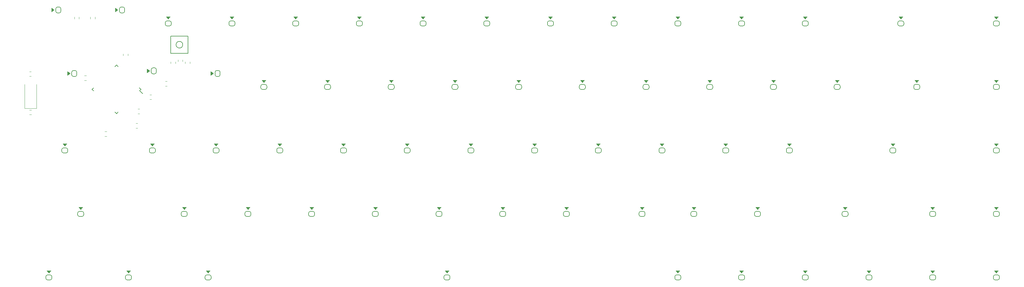
<source format=gbo>
%TF.GenerationSoftware,KiCad,Pcbnew,5.1.6-c6e7f7d~87~ubuntu20.04.1*%
%TF.CreationDate,2020-07-22T13:43:27-07:00*%
%TF.ProjectId,keeb,6b656562-2e6b-4696-9361-645f70636258,rev?*%
%TF.SameCoordinates,Original*%
%TF.FileFunction,Legend,Bot*%
%TF.FilePolarity,Positive*%
%FSLAX46Y46*%
G04 Gerber Fmt 4.6, Leading zero omitted, Abs format (unit mm)*
G04 Created by KiCad (PCBNEW 5.1.6-c6e7f7d~87~ubuntu20.04.1) date 2020-07-22 13:43:27*
%MOMM*%
%LPD*%
G01*
G04 APERTURE LIST*
%ADD10C,0.120000*%
%ADD11C,0.150000*%
%ADD12C,0.100000*%
G04 APERTURE END LIST*
D10*
%TO.C,C9*%
X-380053748Y316070000D02*
X-380576252Y316070000D01*
X-380053748Y317490000D02*
X-380576252Y317490000D01*
D11*
%TO.C,SWP1*%
X-370720000Y332490000D02*
G75*
G03*
X-370720000Y332490000I-1000000J0D01*
G01*
X-374320000Y335090000D02*
X-374320000Y329890000D01*
X-369120000Y335090000D02*
X-374320000Y335090000D01*
X-369120000Y329890000D02*
X-369120000Y335090000D01*
X-374320000Y329890000D02*
X-369120000Y329890000D01*
D10*
%TO.C,R5*%
X-375930002Y320102500D02*
X-375407498Y320102500D01*
X-375930002Y321522500D02*
X-375407498Y321522500D01*
%TO.C,R4*%
X-396958750Y340257498D02*
X-396958750Y340780002D01*
X-398378750Y340257498D02*
X-398378750Y340780002D01*
%TO.C,R3*%
X-401721250Y340257498D02*
X-401721250Y340780002D01*
X-403141250Y340257498D02*
X-403141250Y340780002D01*
%TO.C,R2*%
X-368571250Y326844998D02*
X-368571250Y327367502D01*
X-369991250Y326844998D02*
X-369991250Y327367502D01*
%TO.C,R1*%
X-374303750Y327367502D02*
X-374303750Y326844998D01*
X-372883750Y327367502D02*
X-372883750Y326844998D01*
D11*
%TO.C,U1*%
X-383613031Y318680914D02*
X-382711470Y317779352D01*
X-390525000Y326406055D02*
X-390047703Y325928758D01*
X-397843555Y319087500D02*
X-397366258Y318610203D01*
X-390525000Y311768945D02*
X-391002297Y312246242D01*
X-383206445Y319087500D02*
X-383683742Y319564797D01*
X-390525000Y311768945D02*
X-390047703Y312246242D01*
X-397843555Y319087500D02*
X-397366258Y319564797D01*
X-390525000Y326406055D02*
X-391002297Y325928758D01*
X-383206445Y319087500D02*
X-383613031Y318680914D01*
D10*
%TO.C,C5*%
X-372147500Y327401248D02*
X-372147500Y327923752D01*
X-370727500Y327401248D02*
X-370727500Y327923752D01*
D11*
%TO.C,D20*%
X-327021875Y320568750D02*
X-327821875Y320568750D01*
X-326521875Y319568788D02*
X-326521875Y320068750D01*
X-327021875Y319068750D02*
X-327821875Y319068750D01*
X-328321875Y320068712D02*
X-328321875Y319568750D01*
D12*
G36*
X-327421875Y321068750D02*
G01*
X-326821875Y321868750D01*
X-328021875Y321868750D01*
X-327421875Y321068750D01*
G37*
X-327421875Y321068750D02*
X-326821875Y321868750D01*
X-328021875Y321868750D01*
X-327421875Y321068750D01*
D11*
X-326521875Y320068750D02*
G75*
G03*
X-327021875Y320568750I-500000J0D01*
G01*
X-327021875Y319068750D02*
G75*
G03*
X-326521875Y319568750I0J500000D01*
G01*
X-328321875Y319568750D02*
G75*
G03*
X-327821875Y319068750I500000J0D01*
G01*
X-327821875Y320568750D02*
G75*
G03*
X-328321875Y320068750I0J-500000D01*
G01*
%TO.C,D68*%
X-126996875Y263418750D02*
X-127796875Y263418750D01*
X-126496875Y262418788D02*
X-126496875Y262918750D01*
X-126996875Y261918750D02*
X-127796875Y261918750D01*
X-128296875Y262918712D02*
X-128296875Y262418750D01*
D12*
G36*
X-127396875Y263918750D02*
G01*
X-126796875Y264718750D01*
X-127996875Y264718750D01*
X-127396875Y263918750D01*
G37*
X-127396875Y263918750D02*
X-126796875Y264718750D01*
X-127996875Y264718750D01*
X-127396875Y263918750D01*
D11*
X-126496875Y262918750D02*
G75*
G03*
X-126996875Y263418750I-500000J0D01*
G01*
X-126996875Y261918750D02*
G75*
G03*
X-126496875Y262418750I0J500000D01*
G01*
X-128296875Y262418750D02*
G75*
G03*
X-127796875Y261918750I500000J0D01*
G01*
X-127796875Y263418750D02*
G75*
G03*
X-128296875Y262918750I0J-500000D01*
G01*
%TO.C,D67*%
X-146046875Y263418750D02*
X-146846875Y263418750D01*
X-145546875Y262418788D02*
X-145546875Y262918750D01*
X-146046875Y261918750D02*
X-146846875Y261918750D01*
X-147346875Y262918712D02*
X-147346875Y262418750D01*
D12*
G36*
X-146446875Y263918750D02*
G01*
X-145846875Y264718750D01*
X-147046875Y264718750D01*
X-146446875Y263918750D01*
G37*
X-146446875Y263918750D02*
X-145846875Y264718750D01*
X-147046875Y264718750D01*
X-146446875Y263918750D01*
D11*
X-145546875Y262918750D02*
G75*
G03*
X-146046875Y263418750I-500000J0D01*
G01*
X-146046875Y261918750D02*
G75*
G03*
X-145546875Y262418750I0J500000D01*
G01*
X-147346875Y262418750D02*
G75*
G03*
X-146846875Y261918750I500000J0D01*
G01*
X-146846875Y263418750D02*
G75*
G03*
X-147346875Y262918750I0J-500000D01*
G01*
%TO.C,D66*%
X-165096875Y263418750D02*
X-165896875Y263418750D01*
X-164596875Y262418788D02*
X-164596875Y262918750D01*
X-165096875Y261918750D02*
X-165896875Y261918750D01*
X-166396875Y262918712D02*
X-166396875Y262418750D01*
D12*
G36*
X-165496875Y263918750D02*
G01*
X-164896875Y264718750D01*
X-166096875Y264718750D01*
X-165496875Y263918750D01*
G37*
X-165496875Y263918750D02*
X-164896875Y264718750D01*
X-166096875Y264718750D01*
X-165496875Y263918750D01*
D11*
X-164596875Y262918750D02*
G75*
G03*
X-165096875Y263418750I-500000J0D01*
G01*
X-165096875Y261918750D02*
G75*
G03*
X-164596875Y262418750I0J500000D01*
G01*
X-166396875Y262418750D02*
G75*
G03*
X-165896875Y261918750I500000J0D01*
G01*
X-165896875Y263418750D02*
G75*
G03*
X-166396875Y262918750I0J-500000D01*
G01*
%TO.C,D65*%
X-184146875Y263418750D02*
X-184946875Y263418750D01*
X-183646875Y262418788D02*
X-183646875Y262918750D01*
X-184146875Y261918750D02*
X-184946875Y261918750D01*
X-185446875Y262918712D02*
X-185446875Y262418750D01*
D12*
G36*
X-184546875Y263918750D02*
G01*
X-183946875Y264718750D01*
X-185146875Y264718750D01*
X-184546875Y263918750D01*
G37*
X-184546875Y263918750D02*
X-183946875Y264718750D01*
X-185146875Y264718750D01*
X-184546875Y263918750D01*
D11*
X-183646875Y262918750D02*
G75*
G03*
X-184146875Y263418750I-500000J0D01*
G01*
X-184146875Y261918750D02*
G75*
G03*
X-183646875Y262418750I0J500000D01*
G01*
X-185446875Y262418750D02*
G75*
G03*
X-184946875Y261918750I500000J0D01*
G01*
X-184946875Y263418750D02*
G75*
G03*
X-185446875Y262918750I0J-500000D01*
G01*
%TO.C,D64*%
X-203196875Y263418750D02*
X-203996875Y263418750D01*
X-202696875Y262418788D02*
X-202696875Y262918750D01*
X-203196875Y261918750D02*
X-203996875Y261918750D01*
X-204496875Y262918712D02*
X-204496875Y262418750D01*
D12*
G36*
X-203596875Y263918750D02*
G01*
X-202996875Y264718750D01*
X-204196875Y264718750D01*
X-203596875Y263918750D01*
G37*
X-203596875Y263918750D02*
X-202996875Y264718750D01*
X-204196875Y264718750D01*
X-203596875Y263918750D01*
D11*
X-202696875Y262918750D02*
G75*
G03*
X-203196875Y263418750I-500000J0D01*
G01*
X-203196875Y261918750D02*
G75*
G03*
X-202696875Y262418750I0J500000D01*
G01*
X-204496875Y262418750D02*
G75*
G03*
X-203996875Y261918750I500000J0D01*
G01*
X-203996875Y263418750D02*
G75*
G03*
X-204496875Y262918750I0J-500000D01*
G01*
%TO.C,D63*%
X-222246875Y263418750D02*
X-223046875Y263418750D01*
X-221746875Y262418788D02*
X-221746875Y262918750D01*
X-222246875Y261918750D02*
X-223046875Y261918750D01*
X-223546875Y262918712D02*
X-223546875Y262418750D01*
D12*
G36*
X-222646875Y263918750D02*
G01*
X-222046875Y264718750D01*
X-223246875Y264718750D01*
X-222646875Y263918750D01*
G37*
X-222646875Y263918750D02*
X-222046875Y264718750D01*
X-223246875Y264718750D01*
X-222646875Y263918750D01*
D11*
X-221746875Y262918750D02*
G75*
G03*
X-222246875Y263418750I-500000J0D01*
G01*
X-222246875Y261918750D02*
G75*
G03*
X-221746875Y262418750I0J500000D01*
G01*
X-223546875Y262418750D02*
G75*
G03*
X-223046875Y261918750I500000J0D01*
G01*
X-223046875Y263418750D02*
G75*
G03*
X-223546875Y262918750I0J-500000D01*
G01*
%TO.C,D62*%
X-291303125Y263418750D02*
X-292103125Y263418750D01*
X-290803125Y262418788D02*
X-290803125Y262918750D01*
X-291303125Y261918750D02*
X-292103125Y261918750D01*
X-292603125Y262918712D02*
X-292603125Y262418750D01*
D12*
G36*
X-291703125Y263918750D02*
G01*
X-291103125Y264718750D01*
X-292303125Y264718750D01*
X-291703125Y263918750D01*
G37*
X-291703125Y263918750D02*
X-291103125Y264718750D01*
X-292303125Y264718750D01*
X-291703125Y263918750D01*
D11*
X-290803125Y262918750D02*
G75*
G03*
X-291303125Y263418750I-500000J0D01*
G01*
X-291303125Y261918750D02*
G75*
G03*
X-290803125Y262418750I0J500000D01*
G01*
X-292603125Y262418750D02*
G75*
G03*
X-292103125Y261918750I500000J0D01*
G01*
X-292103125Y263418750D02*
G75*
G03*
X-292603125Y262918750I0J-500000D01*
G01*
%TO.C,D61*%
X-362740625Y263418750D02*
X-363540625Y263418750D01*
X-362240625Y262418788D02*
X-362240625Y262918750D01*
X-362740625Y261918750D02*
X-363540625Y261918750D01*
X-364040625Y262918712D02*
X-364040625Y262418750D01*
D12*
G36*
X-363140625Y263918750D02*
G01*
X-362540625Y264718750D01*
X-363740625Y264718750D01*
X-363140625Y263918750D01*
G37*
X-363140625Y263918750D02*
X-362540625Y264718750D01*
X-363740625Y264718750D01*
X-363140625Y263918750D01*
D11*
X-362240625Y262918750D02*
G75*
G03*
X-362740625Y263418750I-500000J0D01*
G01*
X-362740625Y261918750D02*
G75*
G03*
X-362240625Y262418750I0J500000D01*
G01*
X-364040625Y262418750D02*
G75*
G03*
X-363540625Y261918750I500000J0D01*
G01*
X-363540625Y263418750D02*
G75*
G03*
X-364040625Y262918750I0J-500000D01*
G01*
%TO.C,D60*%
X-386553125Y263418750D02*
X-387353125Y263418750D01*
X-386053125Y262418788D02*
X-386053125Y262918750D01*
X-386553125Y261918750D02*
X-387353125Y261918750D01*
X-387853125Y262918712D02*
X-387853125Y262418750D01*
D12*
G36*
X-386953125Y263918750D02*
G01*
X-386353125Y264718750D01*
X-387553125Y264718750D01*
X-386953125Y263918750D01*
G37*
X-386953125Y263918750D02*
X-386353125Y264718750D01*
X-387553125Y264718750D01*
X-386953125Y263918750D01*
D11*
X-386053125Y262918750D02*
G75*
G03*
X-386553125Y263418750I-500000J0D01*
G01*
X-386553125Y261918750D02*
G75*
G03*
X-386053125Y262418750I0J500000D01*
G01*
X-387853125Y262418750D02*
G75*
G03*
X-387353125Y261918750I500000J0D01*
G01*
X-387353125Y263418750D02*
G75*
G03*
X-387853125Y262918750I0J-500000D01*
G01*
%TO.C,D59*%
X-410365625Y263418750D02*
X-411165625Y263418750D01*
X-409865625Y262418788D02*
X-409865625Y262918750D01*
X-410365625Y261918750D02*
X-411165625Y261918750D01*
X-411665625Y262918712D02*
X-411665625Y262418750D01*
D12*
G36*
X-410765625Y263918750D02*
G01*
X-410165625Y264718750D01*
X-411365625Y264718750D01*
X-410765625Y263918750D01*
G37*
X-410765625Y263918750D02*
X-410165625Y264718750D01*
X-411365625Y264718750D01*
X-410765625Y263918750D01*
D11*
X-409865625Y262918750D02*
G75*
G03*
X-410365625Y263418750I-500000J0D01*
G01*
X-410365625Y261918750D02*
G75*
G03*
X-409865625Y262418750I0J500000D01*
G01*
X-411665625Y262418750D02*
G75*
G03*
X-411165625Y261918750I500000J0D01*
G01*
X-411165625Y263418750D02*
G75*
G03*
X-411665625Y262918750I0J-500000D01*
G01*
%TO.C,D58*%
X-126996875Y282468750D02*
X-127796875Y282468750D01*
X-126496875Y281468788D02*
X-126496875Y281968750D01*
X-126996875Y280968750D02*
X-127796875Y280968750D01*
X-128296875Y281968712D02*
X-128296875Y281468750D01*
D12*
G36*
X-127396875Y282968750D02*
G01*
X-126796875Y283768750D01*
X-127996875Y283768750D01*
X-127396875Y282968750D01*
G37*
X-127396875Y282968750D02*
X-126796875Y283768750D01*
X-127996875Y283768750D01*
X-127396875Y282968750D01*
D11*
X-126496875Y281968750D02*
G75*
G03*
X-126996875Y282468750I-500000J0D01*
G01*
X-126996875Y280968750D02*
G75*
G03*
X-126496875Y281468750I0J500000D01*
G01*
X-128296875Y281468750D02*
G75*
G03*
X-127796875Y280968750I500000J0D01*
G01*
X-127796875Y282468750D02*
G75*
G03*
X-128296875Y281968750I0J-500000D01*
G01*
%TO.C,D57*%
X-146046875Y282468750D02*
X-146846875Y282468750D01*
X-145546875Y281468788D02*
X-145546875Y281968750D01*
X-146046875Y280968750D02*
X-146846875Y280968750D01*
X-147346875Y281968712D02*
X-147346875Y281468750D01*
D12*
G36*
X-146446875Y282968750D02*
G01*
X-145846875Y283768750D01*
X-147046875Y283768750D01*
X-146446875Y282968750D01*
G37*
X-146446875Y282968750D02*
X-145846875Y283768750D01*
X-147046875Y283768750D01*
X-146446875Y282968750D01*
D11*
X-145546875Y281968750D02*
G75*
G03*
X-146046875Y282468750I-500000J0D01*
G01*
X-146046875Y280968750D02*
G75*
G03*
X-145546875Y281468750I0J500000D01*
G01*
X-147346875Y281468750D02*
G75*
G03*
X-146846875Y280968750I500000J0D01*
G01*
X-146846875Y282468750D02*
G75*
G03*
X-147346875Y281968750I0J-500000D01*
G01*
%TO.C,D56*%
X-172240625Y282468750D02*
X-173040625Y282468750D01*
X-171740625Y281468788D02*
X-171740625Y281968750D01*
X-172240625Y280968750D02*
X-173040625Y280968750D01*
X-173540625Y281968712D02*
X-173540625Y281468750D01*
D12*
G36*
X-172640625Y282968750D02*
G01*
X-172040625Y283768750D01*
X-173240625Y283768750D01*
X-172640625Y282968750D01*
G37*
X-172640625Y282968750D02*
X-172040625Y283768750D01*
X-173240625Y283768750D01*
X-172640625Y282968750D01*
D11*
X-171740625Y281968750D02*
G75*
G03*
X-172240625Y282468750I-500000J0D01*
G01*
X-172240625Y280968750D02*
G75*
G03*
X-171740625Y281468750I0J500000D01*
G01*
X-173540625Y281468750D02*
G75*
G03*
X-173040625Y280968750I500000J0D01*
G01*
X-173040625Y282468750D02*
G75*
G03*
X-173540625Y281968750I0J-500000D01*
G01*
%TO.C,D55*%
X-198434375Y282468750D02*
X-199234375Y282468750D01*
X-197934375Y281468788D02*
X-197934375Y281968750D01*
X-198434375Y280968750D02*
X-199234375Y280968750D01*
X-199734375Y281968712D02*
X-199734375Y281468750D01*
D12*
G36*
X-198834375Y282968750D02*
G01*
X-198234375Y283768750D01*
X-199434375Y283768750D01*
X-198834375Y282968750D01*
G37*
X-198834375Y282968750D02*
X-198234375Y283768750D01*
X-199434375Y283768750D01*
X-198834375Y282968750D01*
D11*
X-197934375Y281968750D02*
G75*
G03*
X-198434375Y282468750I-500000J0D01*
G01*
X-198434375Y280968750D02*
G75*
G03*
X-197934375Y281468750I0J500000D01*
G01*
X-199734375Y281468750D02*
G75*
G03*
X-199234375Y280968750I500000J0D01*
G01*
X-199234375Y282468750D02*
G75*
G03*
X-199734375Y281968750I0J-500000D01*
G01*
%TO.C,D54*%
X-217484375Y282468750D02*
X-218284375Y282468750D01*
X-216984375Y281468788D02*
X-216984375Y281968750D01*
X-217484375Y280968750D02*
X-218284375Y280968750D01*
X-218784375Y281968712D02*
X-218784375Y281468750D01*
D12*
G36*
X-217884375Y282968750D02*
G01*
X-217284375Y283768750D01*
X-218484375Y283768750D01*
X-217884375Y282968750D01*
G37*
X-217884375Y282968750D02*
X-217284375Y283768750D01*
X-218484375Y283768750D01*
X-217884375Y282968750D01*
D11*
X-216984375Y281968750D02*
G75*
G03*
X-217484375Y282468750I-500000J0D01*
G01*
X-217484375Y280968750D02*
G75*
G03*
X-216984375Y281468750I0J500000D01*
G01*
X-218784375Y281468750D02*
G75*
G03*
X-218284375Y280968750I500000J0D01*
G01*
X-218284375Y282468750D02*
G75*
G03*
X-218784375Y281968750I0J-500000D01*
G01*
%TO.C,D53*%
X-232962500Y282468750D02*
X-233762500Y282468750D01*
X-232462500Y281468788D02*
X-232462500Y281968750D01*
X-232962500Y280968750D02*
X-233762500Y280968750D01*
X-234262500Y281968712D02*
X-234262500Y281468750D01*
D12*
G36*
X-233362500Y282968750D02*
G01*
X-232762500Y283768750D01*
X-233962500Y283768750D01*
X-233362500Y282968750D01*
G37*
X-233362500Y282968750D02*
X-232762500Y283768750D01*
X-233962500Y283768750D01*
X-233362500Y282968750D01*
D11*
X-232462500Y281968750D02*
G75*
G03*
X-232962500Y282468750I-500000J0D01*
G01*
X-232962500Y280968750D02*
G75*
G03*
X-232462500Y281468750I0J500000D01*
G01*
X-234262500Y281468750D02*
G75*
G03*
X-233762500Y280968750I500000J0D01*
G01*
X-233762500Y282468750D02*
G75*
G03*
X-234262500Y281968750I0J-500000D01*
G01*
%TO.C,D52*%
X-255584375Y282468750D02*
X-256384375Y282468750D01*
X-255084375Y281468788D02*
X-255084375Y281968750D01*
X-255584375Y280968750D02*
X-256384375Y280968750D01*
X-256884375Y281968712D02*
X-256884375Y281468750D01*
D12*
G36*
X-255984375Y282968750D02*
G01*
X-255384375Y283768750D01*
X-256584375Y283768750D01*
X-255984375Y282968750D01*
G37*
X-255984375Y282968750D02*
X-255384375Y283768750D01*
X-256584375Y283768750D01*
X-255984375Y282968750D01*
D11*
X-255084375Y281968750D02*
G75*
G03*
X-255584375Y282468750I-500000J0D01*
G01*
X-255584375Y280968750D02*
G75*
G03*
X-255084375Y281468750I0J500000D01*
G01*
X-256884375Y281468750D02*
G75*
G03*
X-256384375Y280968750I500000J0D01*
G01*
X-256384375Y282468750D02*
G75*
G03*
X-256884375Y281968750I0J-500000D01*
G01*
%TO.C,D51*%
X-274634375Y282468750D02*
X-275434375Y282468750D01*
X-274134375Y281468788D02*
X-274134375Y281968750D01*
X-274634375Y280968750D02*
X-275434375Y280968750D01*
X-275934375Y281968712D02*
X-275934375Y281468750D01*
D12*
G36*
X-275034375Y282968750D02*
G01*
X-274434375Y283768750D01*
X-275634375Y283768750D01*
X-275034375Y282968750D01*
G37*
X-275034375Y282968750D02*
X-274434375Y283768750D01*
X-275634375Y283768750D01*
X-275034375Y282968750D01*
D11*
X-274134375Y281968750D02*
G75*
G03*
X-274634375Y282468750I-500000J0D01*
G01*
X-274634375Y280968750D02*
G75*
G03*
X-274134375Y281468750I0J500000D01*
G01*
X-275934375Y281468750D02*
G75*
G03*
X-275434375Y280968750I500000J0D01*
G01*
X-275434375Y282468750D02*
G75*
G03*
X-275934375Y281968750I0J-500000D01*
G01*
%TO.C,D50*%
X-293684375Y282468750D02*
X-294484375Y282468750D01*
X-293184375Y281468788D02*
X-293184375Y281968750D01*
X-293684375Y280968750D02*
X-294484375Y280968750D01*
X-294984375Y281968712D02*
X-294984375Y281468750D01*
D12*
G36*
X-294084375Y282968750D02*
G01*
X-293484375Y283768750D01*
X-294684375Y283768750D01*
X-294084375Y282968750D01*
G37*
X-294084375Y282968750D02*
X-293484375Y283768750D01*
X-294684375Y283768750D01*
X-294084375Y282968750D01*
D11*
X-293184375Y281968750D02*
G75*
G03*
X-293684375Y282468750I-500000J0D01*
G01*
X-293684375Y280968750D02*
G75*
G03*
X-293184375Y281468750I0J500000D01*
G01*
X-294984375Y281468750D02*
G75*
G03*
X-294484375Y280968750I500000J0D01*
G01*
X-294484375Y282468750D02*
G75*
G03*
X-294984375Y281968750I0J-500000D01*
G01*
%TO.C,D49*%
X-312734375Y282468750D02*
X-313534375Y282468750D01*
X-312234375Y281468788D02*
X-312234375Y281968750D01*
X-312734375Y280968750D02*
X-313534375Y280968750D01*
X-314034375Y281968712D02*
X-314034375Y281468750D01*
D12*
G36*
X-313134375Y282968750D02*
G01*
X-312534375Y283768750D01*
X-313734375Y283768750D01*
X-313134375Y282968750D01*
G37*
X-313134375Y282968750D02*
X-312534375Y283768750D01*
X-313734375Y283768750D01*
X-313134375Y282968750D01*
D11*
X-312234375Y281968750D02*
G75*
G03*
X-312734375Y282468750I-500000J0D01*
G01*
X-312734375Y280968750D02*
G75*
G03*
X-312234375Y281468750I0J500000D01*
G01*
X-314034375Y281468750D02*
G75*
G03*
X-313534375Y280968750I500000J0D01*
G01*
X-313534375Y282468750D02*
G75*
G03*
X-314034375Y281968750I0J-500000D01*
G01*
%TO.C,D48*%
X-331784375Y282468750D02*
X-332584375Y282468750D01*
X-331284375Y281468788D02*
X-331284375Y281968750D01*
X-331784375Y280968750D02*
X-332584375Y280968750D01*
X-333084375Y281968712D02*
X-333084375Y281468750D01*
D12*
G36*
X-332184375Y282968750D02*
G01*
X-331584375Y283768750D01*
X-332784375Y283768750D01*
X-332184375Y282968750D01*
G37*
X-332184375Y282968750D02*
X-331584375Y283768750D01*
X-332784375Y283768750D01*
X-332184375Y282968750D01*
D11*
X-331284375Y281968750D02*
G75*
G03*
X-331784375Y282468750I-500000J0D01*
G01*
X-331784375Y280968750D02*
G75*
G03*
X-331284375Y281468750I0J500000D01*
G01*
X-333084375Y281468750D02*
G75*
G03*
X-332584375Y280968750I500000J0D01*
G01*
X-332584375Y282468750D02*
G75*
G03*
X-333084375Y281968750I0J-500000D01*
G01*
%TO.C,D47*%
X-350834375Y282468750D02*
X-351634375Y282468750D01*
X-350334375Y281468788D02*
X-350334375Y281968750D01*
X-350834375Y280968750D02*
X-351634375Y280968750D01*
X-352134375Y281968712D02*
X-352134375Y281468750D01*
D12*
G36*
X-351234375Y282968750D02*
G01*
X-350634375Y283768750D01*
X-351834375Y283768750D01*
X-351234375Y282968750D01*
G37*
X-351234375Y282968750D02*
X-350634375Y283768750D01*
X-351834375Y283768750D01*
X-351234375Y282968750D01*
D11*
X-350334375Y281968750D02*
G75*
G03*
X-350834375Y282468750I-500000J0D01*
G01*
X-350834375Y280968750D02*
G75*
G03*
X-350334375Y281468750I0J500000D01*
G01*
X-352134375Y281468750D02*
G75*
G03*
X-351634375Y280968750I500000J0D01*
G01*
X-351634375Y282468750D02*
G75*
G03*
X-352134375Y281968750I0J-500000D01*
G01*
%TO.C,D46*%
X-369884375Y282468750D02*
X-370684375Y282468750D01*
X-369384375Y281468788D02*
X-369384375Y281968750D01*
X-369884375Y280968750D02*
X-370684375Y280968750D01*
X-371184375Y281968712D02*
X-371184375Y281468750D01*
D12*
G36*
X-370284375Y282968750D02*
G01*
X-369684375Y283768750D01*
X-370884375Y283768750D01*
X-370284375Y282968750D01*
G37*
X-370284375Y282968750D02*
X-369684375Y283768750D01*
X-370884375Y283768750D01*
X-370284375Y282968750D01*
D11*
X-369384375Y281968750D02*
G75*
G03*
X-369884375Y282468750I-500000J0D01*
G01*
X-369884375Y280968750D02*
G75*
G03*
X-369384375Y281468750I0J500000D01*
G01*
X-371184375Y281468750D02*
G75*
G03*
X-370684375Y280968750I500000J0D01*
G01*
X-370684375Y282468750D02*
G75*
G03*
X-371184375Y281968750I0J-500000D01*
G01*
%TO.C,D45*%
X-400840625Y282468750D02*
X-401640625Y282468750D01*
X-400340625Y281468788D02*
X-400340625Y281968750D01*
X-400840625Y280968750D02*
X-401640625Y280968750D01*
X-402140625Y281968712D02*
X-402140625Y281468750D01*
D12*
G36*
X-401240625Y282968750D02*
G01*
X-400640625Y283768750D01*
X-401840625Y283768750D01*
X-401240625Y282968750D01*
G37*
X-401240625Y282968750D02*
X-400640625Y283768750D01*
X-401840625Y283768750D01*
X-401240625Y282968750D01*
D11*
X-400340625Y281968750D02*
G75*
G03*
X-400840625Y282468750I-500000J0D01*
G01*
X-400840625Y280968750D02*
G75*
G03*
X-400340625Y281468750I0J500000D01*
G01*
X-402140625Y281468750D02*
G75*
G03*
X-401640625Y280968750I500000J0D01*
G01*
X-401640625Y282468750D02*
G75*
G03*
X-402140625Y281968750I0J-500000D01*
G01*
%TO.C,D44*%
X-126996875Y301518750D02*
X-127796875Y301518750D01*
X-126496875Y300518788D02*
X-126496875Y301018750D01*
X-126996875Y300018750D02*
X-127796875Y300018750D01*
X-128296875Y301018712D02*
X-128296875Y300518750D01*
D12*
G36*
X-127396875Y302018750D02*
G01*
X-126796875Y302818750D01*
X-127996875Y302818750D01*
X-127396875Y302018750D01*
G37*
X-127396875Y302018750D02*
X-126796875Y302818750D01*
X-127996875Y302818750D01*
X-127396875Y302018750D01*
D11*
X-126496875Y301018750D02*
G75*
G03*
X-126996875Y301518750I-500000J0D01*
G01*
X-126996875Y300018750D02*
G75*
G03*
X-126496875Y300518750I0J500000D01*
G01*
X-128296875Y300518750D02*
G75*
G03*
X-127796875Y300018750I500000J0D01*
G01*
X-127796875Y301518750D02*
G75*
G03*
X-128296875Y301018750I0J-500000D01*
G01*
%TO.C,D43*%
X-157953125Y301518750D02*
X-158753125Y301518750D01*
X-157453125Y300518788D02*
X-157453125Y301018750D01*
X-157953125Y300018750D02*
X-158753125Y300018750D01*
X-159253125Y301018712D02*
X-159253125Y300518750D01*
D12*
G36*
X-158353125Y302018750D02*
G01*
X-157753125Y302818750D01*
X-158953125Y302818750D01*
X-158353125Y302018750D01*
G37*
X-158353125Y302018750D02*
X-157753125Y302818750D01*
X-158953125Y302818750D01*
X-158353125Y302018750D01*
D11*
X-157453125Y301018750D02*
G75*
G03*
X-157953125Y301518750I-500000J0D01*
G01*
X-157953125Y300018750D02*
G75*
G03*
X-157453125Y300518750I0J500000D01*
G01*
X-159253125Y300518750D02*
G75*
G03*
X-158753125Y300018750I500000J0D01*
G01*
X-158753125Y301518750D02*
G75*
G03*
X-159253125Y301018750I0J-500000D01*
G01*
%TO.C,D42*%
X-188909375Y301518750D02*
X-189709375Y301518750D01*
X-188409375Y300518788D02*
X-188409375Y301018750D01*
X-188909375Y300018750D02*
X-189709375Y300018750D01*
X-190209375Y301018712D02*
X-190209375Y300518750D01*
D12*
G36*
X-189309375Y302018750D02*
G01*
X-188709375Y302818750D01*
X-189909375Y302818750D01*
X-189309375Y302018750D01*
G37*
X-189309375Y302018750D02*
X-188709375Y302818750D01*
X-189909375Y302818750D01*
X-189309375Y302018750D01*
D11*
X-188409375Y301018750D02*
G75*
G03*
X-188909375Y301518750I-500000J0D01*
G01*
X-188909375Y300018750D02*
G75*
G03*
X-188409375Y300518750I0J500000D01*
G01*
X-190209375Y300518750D02*
G75*
G03*
X-189709375Y300018750I500000J0D01*
G01*
X-189709375Y301518750D02*
G75*
G03*
X-190209375Y301018750I0J-500000D01*
G01*
%TO.C,D41*%
X-207959375Y301518750D02*
X-208759375Y301518750D01*
X-207459375Y300518788D02*
X-207459375Y301018750D01*
X-207959375Y300018750D02*
X-208759375Y300018750D01*
X-209259375Y301018712D02*
X-209259375Y300518750D01*
D12*
G36*
X-208359375Y302018750D02*
G01*
X-207759375Y302818750D01*
X-208959375Y302818750D01*
X-208359375Y302018750D01*
G37*
X-208359375Y302018750D02*
X-207759375Y302818750D01*
X-208959375Y302818750D01*
X-208359375Y302018750D01*
D11*
X-207459375Y301018750D02*
G75*
G03*
X-207959375Y301518750I-500000J0D01*
G01*
X-207959375Y300018750D02*
G75*
G03*
X-207459375Y300518750I0J500000D01*
G01*
X-209259375Y300518750D02*
G75*
G03*
X-208759375Y300018750I500000J0D01*
G01*
X-208759375Y301518750D02*
G75*
G03*
X-209259375Y301018750I0J-500000D01*
G01*
%TO.C,D40*%
X-227009375Y301518750D02*
X-227809375Y301518750D01*
X-226509375Y300518788D02*
X-226509375Y301018750D01*
X-227009375Y300018750D02*
X-227809375Y300018750D01*
X-228309375Y301018712D02*
X-228309375Y300518750D01*
D12*
G36*
X-227409375Y302018750D02*
G01*
X-226809375Y302818750D01*
X-228009375Y302818750D01*
X-227409375Y302018750D01*
G37*
X-227409375Y302018750D02*
X-226809375Y302818750D01*
X-228009375Y302818750D01*
X-227409375Y302018750D01*
D11*
X-226509375Y301018750D02*
G75*
G03*
X-227009375Y301518750I-500000J0D01*
G01*
X-227009375Y300018750D02*
G75*
G03*
X-226509375Y300518750I0J500000D01*
G01*
X-228309375Y300518750D02*
G75*
G03*
X-227809375Y300018750I500000J0D01*
G01*
X-227809375Y301518750D02*
G75*
G03*
X-228309375Y301018750I0J-500000D01*
G01*
%TO.C,D39*%
X-246059375Y301518750D02*
X-246859375Y301518750D01*
X-245559375Y300518788D02*
X-245559375Y301018750D01*
X-246059375Y300018750D02*
X-246859375Y300018750D01*
X-247359375Y301018712D02*
X-247359375Y300518750D01*
D12*
G36*
X-246459375Y302018750D02*
G01*
X-245859375Y302818750D01*
X-247059375Y302818750D01*
X-246459375Y302018750D01*
G37*
X-246459375Y302018750D02*
X-245859375Y302818750D01*
X-247059375Y302818750D01*
X-246459375Y302018750D01*
D11*
X-245559375Y301018750D02*
G75*
G03*
X-246059375Y301518750I-500000J0D01*
G01*
X-246059375Y300018750D02*
G75*
G03*
X-245559375Y300518750I0J500000D01*
G01*
X-247359375Y300518750D02*
G75*
G03*
X-246859375Y300018750I500000J0D01*
G01*
X-246859375Y301518750D02*
G75*
G03*
X-247359375Y301018750I0J-500000D01*
G01*
%TO.C,D38*%
X-265109375Y301518750D02*
X-265909375Y301518750D01*
X-264609375Y300518788D02*
X-264609375Y301018750D01*
X-265109375Y300018750D02*
X-265909375Y300018750D01*
X-266409375Y301018712D02*
X-266409375Y300518750D01*
D12*
G36*
X-265509375Y302018750D02*
G01*
X-264909375Y302818750D01*
X-266109375Y302818750D01*
X-265509375Y302018750D01*
G37*
X-265509375Y302018750D02*
X-264909375Y302818750D01*
X-266109375Y302818750D01*
X-265509375Y302018750D01*
D11*
X-264609375Y301018750D02*
G75*
G03*
X-265109375Y301518750I-500000J0D01*
G01*
X-265109375Y300018750D02*
G75*
G03*
X-264609375Y300518750I0J500000D01*
G01*
X-266409375Y300518750D02*
G75*
G03*
X-265909375Y300018750I500000J0D01*
G01*
X-265909375Y301518750D02*
G75*
G03*
X-266409375Y301018750I0J-500000D01*
G01*
%TO.C,D37*%
X-284159375Y301518750D02*
X-284959375Y301518750D01*
X-283659375Y300518788D02*
X-283659375Y301018750D01*
X-284159375Y300018750D02*
X-284959375Y300018750D01*
X-285459375Y301018712D02*
X-285459375Y300518750D01*
D12*
G36*
X-284559375Y302018750D02*
G01*
X-283959375Y302818750D01*
X-285159375Y302818750D01*
X-284559375Y302018750D01*
G37*
X-284559375Y302018750D02*
X-283959375Y302818750D01*
X-285159375Y302818750D01*
X-284559375Y302018750D01*
D11*
X-283659375Y301018750D02*
G75*
G03*
X-284159375Y301518750I-500000J0D01*
G01*
X-284159375Y300018750D02*
G75*
G03*
X-283659375Y300518750I0J500000D01*
G01*
X-285459375Y300518750D02*
G75*
G03*
X-284959375Y300018750I500000J0D01*
G01*
X-284959375Y301518750D02*
G75*
G03*
X-285459375Y301018750I0J-500000D01*
G01*
%TO.C,D36*%
X-303209375Y301518750D02*
X-304009375Y301518750D01*
X-302709375Y300518788D02*
X-302709375Y301018750D01*
X-303209375Y300018750D02*
X-304009375Y300018750D01*
X-304509375Y301018712D02*
X-304509375Y300518750D01*
D12*
G36*
X-303609375Y302018750D02*
G01*
X-303009375Y302818750D01*
X-304209375Y302818750D01*
X-303609375Y302018750D01*
G37*
X-303609375Y302018750D02*
X-303009375Y302818750D01*
X-304209375Y302818750D01*
X-303609375Y302018750D01*
D11*
X-302709375Y301018750D02*
G75*
G03*
X-303209375Y301518750I-500000J0D01*
G01*
X-303209375Y300018750D02*
G75*
G03*
X-302709375Y300518750I0J500000D01*
G01*
X-304509375Y300518750D02*
G75*
G03*
X-304009375Y300018750I500000J0D01*
G01*
X-304009375Y301518750D02*
G75*
G03*
X-304509375Y301018750I0J-500000D01*
G01*
%TO.C,D35*%
X-322259375Y301518750D02*
X-323059375Y301518750D01*
X-321759375Y300518788D02*
X-321759375Y301018750D01*
X-322259375Y300018750D02*
X-323059375Y300018750D01*
X-323559375Y301018712D02*
X-323559375Y300518750D01*
D12*
G36*
X-322659375Y302018750D02*
G01*
X-322059375Y302818750D01*
X-323259375Y302818750D01*
X-322659375Y302018750D01*
G37*
X-322659375Y302018750D02*
X-322059375Y302818750D01*
X-323259375Y302818750D01*
X-322659375Y302018750D01*
D11*
X-321759375Y301018750D02*
G75*
G03*
X-322259375Y301518750I-500000J0D01*
G01*
X-322259375Y300018750D02*
G75*
G03*
X-321759375Y300518750I0J500000D01*
G01*
X-323559375Y300518750D02*
G75*
G03*
X-323059375Y300018750I500000J0D01*
G01*
X-323059375Y301518750D02*
G75*
G03*
X-323559375Y301018750I0J-500000D01*
G01*
%TO.C,D34*%
X-341309375Y301518750D02*
X-342109375Y301518750D01*
X-340809375Y300518788D02*
X-340809375Y301018750D01*
X-341309375Y300018750D02*
X-342109375Y300018750D01*
X-342609375Y301018712D02*
X-342609375Y300518750D01*
D12*
G36*
X-341709375Y302018750D02*
G01*
X-341109375Y302818750D01*
X-342309375Y302818750D01*
X-341709375Y302018750D01*
G37*
X-341709375Y302018750D02*
X-341109375Y302818750D01*
X-342309375Y302818750D01*
X-341709375Y302018750D01*
D11*
X-340809375Y301018750D02*
G75*
G03*
X-341309375Y301518750I-500000J0D01*
G01*
X-341309375Y300018750D02*
G75*
G03*
X-340809375Y300518750I0J500000D01*
G01*
X-342609375Y300518750D02*
G75*
G03*
X-342109375Y300018750I500000J0D01*
G01*
X-342109375Y301518750D02*
G75*
G03*
X-342609375Y301018750I0J-500000D01*
G01*
%TO.C,D33*%
X-360359375Y301518750D02*
X-361159375Y301518750D01*
X-359859375Y300518788D02*
X-359859375Y301018750D01*
X-360359375Y300018750D02*
X-361159375Y300018750D01*
X-361659375Y301018712D02*
X-361659375Y300518750D01*
D12*
G36*
X-360759375Y302018750D02*
G01*
X-360159375Y302818750D01*
X-361359375Y302818750D01*
X-360759375Y302018750D01*
G37*
X-360759375Y302018750D02*
X-360159375Y302818750D01*
X-361359375Y302818750D01*
X-360759375Y302018750D01*
D11*
X-359859375Y301018750D02*
G75*
G03*
X-360359375Y301518750I-500000J0D01*
G01*
X-360359375Y300018750D02*
G75*
G03*
X-359859375Y300518750I0J500000D01*
G01*
X-361659375Y300518750D02*
G75*
G03*
X-361159375Y300018750I500000J0D01*
G01*
X-361159375Y301518750D02*
G75*
G03*
X-361659375Y301018750I0J-500000D01*
G01*
%TO.C,D32*%
X-379409375Y301518750D02*
X-380209375Y301518750D01*
X-378909375Y300518788D02*
X-378909375Y301018750D01*
X-379409375Y300018750D02*
X-380209375Y300018750D01*
X-380709375Y301018712D02*
X-380709375Y300518750D01*
D12*
G36*
X-379809375Y302018750D02*
G01*
X-379209375Y302818750D01*
X-380409375Y302818750D01*
X-379809375Y302018750D01*
G37*
X-379809375Y302018750D02*
X-379209375Y302818750D01*
X-380409375Y302818750D01*
X-379809375Y302018750D01*
D11*
X-378909375Y301018750D02*
G75*
G03*
X-379409375Y301518750I-500000J0D01*
G01*
X-379409375Y300018750D02*
G75*
G03*
X-378909375Y300518750I0J500000D01*
G01*
X-380709375Y300518750D02*
G75*
G03*
X-380209375Y300018750I500000J0D01*
G01*
X-380209375Y301518750D02*
G75*
G03*
X-380709375Y301018750I0J-500000D01*
G01*
%TO.C,D31*%
X-405603125Y301518750D02*
X-406403125Y301518750D01*
X-405103125Y300518788D02*
X-405103125Y301018750D01*
X-405603125Y300018750D02*
X-406403125Y300018750D01*
X-406903125Y301018712D02*
X-406903125Y300518750D01*
D12*
G36*
X-406003125Y302018750D02*
G01*
X-405403125Y302818750D01*
X-406603125Y302818750D01*
X-406003125Y302018750D01*
G37*
X-406003125Y302018750D02*
X-405403125Y302818750D01*
X-406603125Y302818750D01*
X-406003125Y302018750D01*
D11*
X-405103125Y301018750D02*
G75*
G03*
X-405603125Y301518750I-500000J0D01*
G01*
X-405603125Y300018750D02*
G75*
G03*
X-405103125Y300518750I0J500000D01*
G01*
X-406903125Y300518750D02*
G75*
G03*
X-406403125Y300018750I500000J0D01*
G01*
X-406403125Y301518750D02*
G75*
G03*
X-406903125Y301018750I0J-500000D01*
G01*
%TO.C,D30*%
X-126996875Y320568750D02*
X-127796875Y320568750D01*
X-126496875Y319568788D02*
X-126496875Y320068750D01*
X-126996875Y319068750D02*
X-127796875Y319068750D01*
X-128296875Y320068712D02*
X-128296875Y319568750D01*
D12*
G36*
X-127396875Y321068750D02*
G01*
X-126796875Y321868750D01*
X-127996875Y321868750D01*
X-127396875Y321068750D01*
G37*
X-127396875Y321068750D02*
X-126796875Y321868750D01*
X-127996875Y321868750D01*
X-127396875Y321068750D01*
D11*
X-126496875Y320068750D02*
G75*
G03*
X-126996875Y320568750I-500000J0D01*
G01*
X-126996875Y319068750D02*
G75*
G03*
X-126496875Y319568750I0J500000D01*
G01*
X-128296875Y319568750D02*
G75*
G03*
X-127796875Y319068750I500000J0D01*
G01*
X-127796875Y320568750D02*
G75*
G03*
X-128296875Y320068750I0J-500000D01*
G01*
%TO.C,D29*%
X-150809375Y320568750D02*
X-151609375Y320568750D01*
X-150309375Y319568788D02*
X-150309375Y320068750D01*
X-150809375Y319068750D02*
X-151609375Y319068750D01*
X-152109375Y320068712D02*
X-152109375Y319568750D01*
D12*
G36*
X-151209375Y321068750D02*
G01*
X-150609375Y321868750D01*
X-151809375Y321868750D01*
X-151209375Y321068750D01*
G37*
X-151209375Y321068750D02*
X-150609375Y321868750D01*
X-151809375Y321868750D01*
X-151209375Y321068750D01*
D11*
X-150309375Y320068750D02*
G75*
G03*
X-150809375Y320568750I-500000J0D01*
G01*
X-150809375Y319068750D02*
G75*
G03*
X-150309375Y319568750I0J500000D01*
G01*
X-152109375Y319568750D02*
G75*
G03*
X-151609375Y319068750I500000J0D01*
G01*
X-151609375Y320568750D02*
G75*
G03*
X-152109375Y320068750I0J-500000D01*
G01*
%TO.C,D28*%
X-174621875Y320568750D02*
X-175421875Y320568750D01*
X-174121875Y319568788D02*
X-174121875Y320068750D01*
X-174621875Y319068750D02*
X-175421875Y319068750D01*
X-175921875Y320068712D02*
X-175921875Y319568750D01*
D12*
G36*
X-175021875Y321068750D02*
G01*
X-174421875Y321868750D01*
X-175621875Y321868750D01*
X-175021875Y321068750D01*
G37*
X-175021875Y321068750D02*
X-174421875Y321868750D01*
X-175621875Y321868750D01*
X-175021875Y321068750D01*
D11*
X-174121875Y320068750D02*
G75*
G03*
X-174621875Y320568750I-500000J0D01*
G01*
X-174621875Y319068750D02*
G75*
G03*
X-174121875Y319568750I0J500000D01*
G01*
X-175921875Y319568750D02*
G75*
G03*
X-175421875Y319068750I500000J0D01*
G01*
X-175421875Y320568750D02*
G75*
G03*
X-175921875Y320068750I0J-500000D01*
G01*
%TO.C,D27*%
X-193671875Y320568750D02*
X-194471875Y320568750D01*
X-193171875Y319568788D02*
X-193171875Y320068750D01*
X-193671875Y319068750D02*
X-194471875Y319068750D01*
X-194971875Y320068712D02*
X-194971875Y319568750D01*
D12*
G36*
X-194071875Y321068750D02*
G01*
X-193471875Y321868750D01*
X-194671875Y321868750D01*
X-194071875Y321068750D01*
G37*
X-194071875Y321068750D02*
X-193471875Y321868750D01*
X-194671875Y321868750D01*
X-194071875Y321068750D01*
D11*
X-193171875Y320068750D02*
G75*
G03*
X-193671875Y320568750I-500000J0D01*
G01*
X-193671875Y319068750D02*
G75*
G03*
X-193171875Y319568750I0J500000D01*
G01*
X-194971875Y319568750D02*
G75*
G03*
X-194471875Y319068750I500000J0D01*
G01*
X-194471875Y320568750D02*
G75*
G03*
X-194971875Y320068750I0J-500000D01*
G01*
%TO.C,D26*%
X-212721875Y320568750D02*
X-213521875Y320568750D01*
X-212221875Y319568788D02*
X-212221875Y320068750D01*
X-212721875Y319068750D02*
X-213521875Y319068750D01*
X-214021875Y320068712D02*
X-214021875Y319568750D01*
D12*
G36*
X-213121875Y321068750D02*
G01*
X-212521875Y321868750D01*
X-213721875Y321868750D01*
X-213121875Y321068750D01*
G37*
X-213121875Y321068750D02*
X-212521875Y321868750D01*
X-213721875Y321868750D01*
X-213121875Y321068750D01*
D11*
X-212221875Y320068750D02*
G75*
G03*
X-212721875Y320568750I-500000J0D01*
G01*
X-212721875Y319068750D02*
G75*
G03*
X-212221875Y319568750I0J500000D01*
G01*
X-214021875Y319568750D02*
G75*
G03*
X-213521875Y319068750I500000J0D01*
G01*
X-213521875Y320568750D02*
G75*
G03*
X-214021875Y320068750I0J-500000D01*
G01*
%TO.C,D25*%
X-231771875Y320568750D02*
X-232571875Y320568750D01*
X-231271875Y319568788D02*
X-231271875Y320068750D01*
X-231771875Y319068750D02*
X-232571875Y319068750D01*
X-233071875Y320068712D02*
X-233071875Y319568750D01*
D12*
G36*
X-232171875Y321068750D02*
G01*
X-231571875Y321868750D01*
X-232771875Y321868750D01*
X-232171875Y321068750D01*
G37*
X-232171875Y321068750D02*
X-231571875Y321868750D01*
X-232771875Y321868750D01*
X-232171875Y321068750D01*
D11*
X-231271875Y320068750D02*
G75*
G03*
X-231771875Y320568750I-500000J0D01*
G01*
X-231771875Y319068750D02*
G75*
G03*
X-231271875Y319568750I0J500000D01*
G01*
X-233071875Y319568750D02*
G75*
G03*
X-232571875Y319068750I500000J0D01*
G01*
X-232571875Y320568750D02*
G75*
G03*
X-233071875Y320068750I0J-500000D01*
G01*
%TO.C,D24*%
X-250821875Y320568750D02*
X-251621875Y320568750D01*
X-250321875Y319568788D02*
X-250321875Y320068750D01*
X-250821875Y319068750D02*
X-251621875Y319068750D01*
X-252121875Y320068712D02*
X-252121875Y319568750D01*
D12*
G36*
X-251221875Y321068750D02*
G01*
X-250621875Y321868750D01*
X-251821875Y321868750D01*
X-251221875Y321068750D01*
G37*
X-251221875Y321068750D02*
X-250621875Y321868750D01*
X-251821875Y321868750D01*
X-251221875Y321068750D01*
D11*
X-250321875Y320068750D02*
G75*
G03*
X-250821875Y320568750I-500000J0D01*
G01*
X-250821875Y319068750D02*
G75*
G03*
X-250321875Y319568750I0J500000D01*
G01*
X-252121875Y319568750D02*
G75*
G03*
X-251621875Y319068750I500000J0D01*
G01*
X-251621875Y320568750D02*
G75*
G03*
X-252121875Y320068750I0J-500000D01*
G01*
%TO.C,D23*%
X-269871875Y320568750D02*
X-270671875Y320568750D01*
X-269371875Y319568788D02*
X-269371875Y320068750D01*
X-269871875Y319068750D02*
X-270671875Y319068750D01*
X-271171875Y320068712D02*
X-271171875Y319568750D01*
D12*
G36*
X-270271875Y321068750D02*
G01*
X-269671875Y321868750D01*
X-270871875Y321868750D01*
X-270271875Y321068750D01*
G37*
X-270271875Y321068750D02*
X-269671875Y321868750D01*
X-270871875Y321868750D01*
X-270271875Y321068750D01*
D11*
X-269371875Y320068750D02*
G75*
G03*
X-269871875Y320568750I-500000J0D01*
G01*
X-269871875Y319068750D02*
G75*
G03*
X-269371875Y319568750I0J500000D01*
G01*
X-271171875Y319568750D02*
G75*
G03*
X-270671875Y319068750I500000J0D01*
G01*
X-270671875Y320568750D02*
G75*
G03*
X-271171875Y320068750I0J-500000D01*
G01*
%TO.C,D22*%
X-288921875Y320568750D02*
X-289721875Y320568750D01*
X-288421875Y319568788D02*
X-288421875Y320068750D01*
X-288921875Y319068750D02*
X-289721875Y319068750D01*
X-290221875Y320068712D02*
X-290221875Y319568750D01*
D12*
G36*
X-289321875Y321068750D02*
G01*
X-288721875Y321868750D01*
X-289921875Y321868750D01*
X-289321875Y321068750D01*
G37*
X-289321875Y321068750D02*
X-288721875Y321868750D01*
X-289921875Y321868750D01*
X-289321875Y321068750D01*
D11*
X-288421875Y320068750D02*
G75*
G03*
X-288921875Y320568750I-500000J0D01*
G01*
X-288921875Y319068750D02*
G75*
G03*
X-288421875Y319568750I0J500000D01*
G01*
X-290221875Y319568750D02*
G75*
G03*
X-289721875Y319068750I500000J0D01*
G01*
X-289721875Y320568750D02*
G75*
G03*
X-290221875Y320068750I0J-500000D01*
G01*
%TO.C,D21*%
X-307971875Y320568750D02*
X-308771875Y320568750D01*
X-307471875Y319568788D02*
X-307471875Y320068750D01*
X-307971875Y319068750D02*
X-308771875Y319068750D01*
X-309271875Y320068712D02*
X-309271875Y319568750D01*
D12*
G36*
X-308371875Y321068750D02*
G01*
X-307771875Y321868750D01*
X-308971875Y321868750D01*
X-308371875Y321068750D01*
G37*
X-308371875Y321068750D02*
X-307771875Y321868750D01*
X-308971875Y321868750D01*
X-308371875Y321068750D01*
D11*
X-307471875Y320068750D02*
G75*
G03*
X-307971875Y320568750I-500000J0D01*
G01*
X-307971875Y319068750D02*
G75*
G03*
X-307471875Y319568750I0J500000D01*
G01*
X-309271875Y319568750D02*
G75*
G03*
X-308771875Y319068750I500000J0D01*
G01*
X-308771875Y320568750D02*
G75*
G03*
X-309271875Y320068750I0J-500000D01*
G01*
%TO.C,D19*%
X-346071875Y320568750D02*
X-346871875Y320568750D01*
X-345571875Y319568788D02*
X-345571875Y320068750D01*
X-346071875Y319068750D02*
X-346871875Y319068750D01*
X-347371875Y320068712D02*
X-347371875Y319568750D01*
D12*
G36*
X-346471875Y321068750D02*
G01*
X-345871875Y321868750D01*
X-347071875Y321868750D01*
X-346471875Y321068750D01*
G37*
X-346471875Y321068750D02*
X-345871875Y321868750D01*
X-347071875Y321868750D01*
X-346471875Y321068750D01*
D11*
X-345571875Y320068750D02*
G75*
G03*
X-346071875Y320568750I-500000J0D01*
G01*
X-346071875Y319068750D02*
G75*
G03*
X-345571875Y319568750I0J500000D01*
G01*
X-347371875Y319568750D02*
G75*
G03*
X-346871875Y319068750I500000J0D01*
G01*
X-346871875Y320568750D02*
G75*
G03*
X-347371875Y320068750I0J-500000D01*
G01*
%TO.C,D18*%
X-361050000Y324250000D02*
X-361050000Y323450000D01*
X-360050038Y324750000D02*
X-360550000Y324750000D01*
X-359550000Y324250000D02*
X-359550000Y323450000D01*
X-360549962Y322950000D02*
X-360050000Y322950000D01*
D12*
G36*
X-361550000Y323850000D02*
G01*
X-362350000Y324450000D01*
X-362350000Y323250000D01*
X-361550000Y323850000D01*
G37*
X-361550000Y323850000D02*
X-362350000Y324450000D01*
X-362350000Y323250000D01*
X-361550000Y323850000D01*
D11*
X-360550000Y324750000D02*
G75*
G03*
X-361050000Y324250000I0J-500000D01*
G01*
X-359550000Y324250000D02*
G75*
G03*
X-360050000Y324750000I-500000J0D01*
G01*
X-360050000Y322950000D02*
G75*
G03*
X-359550000Y323450000I0J500000D01*
G01*
X-361050000Y323450000D02*
G75*
G03*
X-360550000Y322950000I500000J0D01*
G01*
%TO.C,D17*%
X-380120000Y325050000D02*
X-380120000Y324250000D01*
X-379120038Y325550000D02*
X-379620000Y325550000D01*
X-378620000Y325050000D02*
X-378620000Y324250000D01*
X-379619962Y323750000D02*
X-379120000Y323750000D01*
D12*
G36*
X-380620000Y324650000D02*
G01*
X-381420000Y325250000D01*
X-381420000Y324050000D01*
X-380620000Y324650000D01*
G37*
X-380620000Y324650000D02*
X-381420000Y325250000D01*
X-381420000Y324050000D01*
X-380620000Y324650000D01*
D11*
X-379620000Y325550000D02*
G75*
G03*
X-380120000Y325050000I0J-500000D01*
G01*
X-378620000Y325050000D02*
G75*
G03*
X-379120000Y325550000I-500000J0D01*
G01*
X-379120000Y323750000D02*
G75*
G03*
X-378620000Y324250000I0J500000D01*
G01*
X-380120000Y324250000D02*
G75*
G03*
X-379620000Y323750000I500000J0D01*
G01*
%TO.C,D16*%
X-403912500Y324250000D02*
X-403912500Y323450000D01*
X-402912538Y324750000D02*
X-403412500Y324750000D01*
X-402412500Y324250000D02*
X-402412500Y323450000D01*
X-403412462Y322950000D02*
X-402912500Y322950000D01*
D12*
G36*
X-404412500Y323850000D02*
G01*
X-405212500Y324450000D01*
X-405212500Y323250000D01*
X-404412500Y323850000D01*
G37*
X-404412500Y323850000D02*
X-405212500Y324450000D01*
X-405212500Y323250000D01*
X-404412500Y323850000D01*
D11*
X-403412500Y324750000D02*
G75*
G03*
X-403912500Y324250000I0J-500000D01*
G01*
X-402412500Y324250000D02*
G75*
G03*
X-402912500Y324750000I-500000J0D01*
G01*
X-402912500Y322950000D02*
G75*
G03*
X-402412500Y323450000I0J500000D01*
G01*
X-403912500Y323450000D02*
G75*
G03*
X-403412500Y322950000I500000J0D01*
G01*
%TO.C,D15*%
X-126996875Y339618750D02*
X-127796875Y339618750D01*
X-126496875Y338618788D02*
X-126496875Y339118750D01*
X-126996875Y338118750D02*
X-127796875Y338118750D01*
X-128296875Y339118712D02*
X-128296875Y338618750D01*
D12*
G36*
X-127396875Y340118750D02*
G01*
X-126796875Y340918750D01*
X-127996875Y340918750D01*
X-127396875Y340118750D01*
G37*
X-127396875Y340118750D02*
X-126796875Y340918750D01*
X-127996875Y340918750D01*
X-127396875Y340118750D01*
D11*
X-126496875Y339118750D02*
G75*
G03*
X-126996875Y339618750I-500000J0D01*
G01*
X-126996875Y338118750D02*
G75*
G03*
X-126496875Y338618750I0J500000D01*
G01*
X-128296875Y338618750D02*
G75*
G03*
X-127796875Y338118750I500000J0D01*
G01*
X-127796875Y339618750D02*
G75*
G03*
X-128296875Y339118750I0J-500000D01*
G01*
%TO.C,D14*%
X-155571875Y339618750D02*
X-156371875Y339618750D01*
X-155071875Y338618788D02*
X-155071875Y339118750D01*
X-155571875Y338118750D02*
X-156371875Y338118750D01*
X-156871875Y339118712D02*
X-156871875Y338618750D01*
D12*
G36*
X-155971875Y340118750D02*
G01*
X-155371875Y340918750D01*
X-156571875Y340918750D01*
X-155971875Y340118750D01*
G37*
X-155971875Y340118750D02*
X-155371875Y340918750D01*
X-156571875Y340918750D01*
X-155971875Y340118750D01*
D11*
X-155071875Y339118750D02*
G75*
G03*
X-155571875Y339618750I-500000J0D01*
G01*
X-155571875Y338118750D02*
G75*
G03*
X-155071875Y338618750I0J500000D01*
G01*
X-156871875Y338618750D02*
G75*
G03*
X-156371875Y338118750I500000J0D01*
G01*
X-156371875Y339618750D02*
G75*
G03*
X-156871875Y339118750I0J-500000D01*
G01*
%TO.C,D13*%
X-184146875Y339618750D02*
X-184946875Y339618750D01*
X-183646875Y338618788D02*
X-183646875Y339118750D01*
X-184146875Y338118750D02*
X-184946875Y338118750D01*
X-185446875Y339118712D02*
X-185446875Y338618750D01*
D12*
G36*
X-184546875Y340118750D02*
G01*
X-183946875Y340918750D01*
X-185146875Y340918750D01*
X-184546875Y340118750D01*
G37*
X-184546875Y340118750D02*
X-183946875Y340918750D01*
X-185146875Y340918750D01*
X-184546875Y340118750D01*
D11*
X-183646875Y339118750D02*
G75*
G03*
X-184146875Y339618750I-500000J0D01*
G01*
X-184146875Y338118750D02*
G75*
G03*
X-183646875Y338618750I0J500000D01*
G01*
X-185446875Y338618750D02*
G75*
G03*
X-184946875Y338118750I500000J0D01*
G01*
X-184946875Y339618750D02*
G75*
G03*
X-185446875Y339118750I0J-500000D01*
G01*
%TO.C,D12*%
X-203196875Y339618750D02*
X-203996875Y339618750D01*
X-202696875Y338618788D02*
X-202696875Y339118750D01*
X-203196875Y338118750D02*
X-203996875Y338118750D01*
X-204496875Y339118712D02*
X-204496875Y338618750D01*
D12*
G36*
X-203596875Y340118750D02*
G01*
X-202996875Y340918750D01*
X-204196875Y340918750D01*
X-203596875Y340118750D01*
G37*
X-203596875Y340118750D02*
X-202996875Y340918750D01*
X-204196875Y340918750D01*
X-203596875Y340118750D01*
D11*
X-202696875Y339118750D02*
G75*
G03*
X-203196875Y339618750I-500000J0D01*
G01*
X-203196875Y338118750D02*
G75*
G03*
X-202696875Y338618750I0J500000D01*
G01*
X-204496875Y338618750D02*
G75*
G03*
X-203996875Y338118750I500000J0D01*
G01*
X-203996875Y339618750D02*
G75*
G03*
X-204496875Y339118750I0J-500000D01*
G01*
%TO.C,D11*%
X-222246875Y339618750D02*
X-223046875Y339618750D01*
X-221746875Y338618788D02*
X-221746875Y339118750D01*
X-222246875Y338118750D02*
X-223046875Y338118750D01*
X-223546875Y339118712D02*
X-223546875Y338618750D01*
D12*
G36*
X-222646875Y340118750D02*
G01*
X-222046875Y340918750D01*
X-223246875Y340918750D01*
X-222646875Y340118750D01*
G37*
X-222646875Y340118750D02*
X-222046875Y340918750D01*
X-223246875Y340918750D01*
X-222646875Y340118750D01*
D11*
X-221746875Y339118750D02*
G75*
G03*
X-222246875Y339618750I-500000J0D01*
G01*
X-222246875Y338118750D02*
G75*
G03*
X-221746875Y338618750I0J500000D01*
G01*
X-223546875Y338618750D02*
G75*
G03*
X-223046875Y338118750I500000J0D01*
G01*
X-223046875Y339618750D02*
G75*
G03*
X-223546875Y339118750I0J-500000D01*
G01*
%TO.C,D10*%
X-241296875Y339618750D02*
X-242096875Y339618750D01*
X-240796875Y338618788D02*
X-240796875Y339118750D01*
X-241296875Y338118750D02*
X-242096875Y338118750D01*
X-242596875Y339118712D02*
X-242596875Y338618750D01*
D12*
G36*
X-241696875Y340118750D02*
G01*
X-241096875Y340918750D01*
X-242296875Y340918750D01*
X-241696875Y340118750D01*
G37*
X-241696875Y340118750D02*
X-241096875Y340918750D01*
X-242296875Y340918750D01*
X-241696875Y340118750D01*
D11*
X-240796875Y339118750D02*
G75*
G03*
X-241296875Y339618750I-500000J0D01*
G01*
X-241296875Y338118750D02*
G75*
G03*
X-240796875Y338618750I0J500000D01*
G01*
X-242596875Y338618750D02*
G75*
G03*
X-242096875Y338118750I500000J0D01*
G01*
X-242096875Y339618750D02*
G75*
G03*
X-242596875Y339118750I0J-500000D01*
G01*
%TO.C,D9*%
X-260346875Y339618750D02*
X-261146875Y339618750D01*
X-259846875Y338618788D02*
X-259846875Y339118750D01*
X-260346875Y338118750D02*
X-261146875Y338118750D01*
X-261646875Y339118712D02*
X-261646875Y338618750D01*
D12*
G36*
X-260746875Y340118750D02*
G01*
X-260146875Y340918750D01*
X-261346875Y340918750D01*
X-260746875Y340118750D01*
G37*
X-260746875Y340118750D02*
X-260146875Y340918750D01*
X-261346875Y340918750D01*
X-260746875Y340118750D01*
D11*
X-259846875Y339118750D02*
G75*
G03*
X-260346875Y339618750I-500000J0D01*
G01*
X-260346875Y338118750D02*
G75*
G03*
X-259846875Y338618750I0J500000D01*
G01*
X-261646875Y338618750D02*
G75*
G03*
X-261146875Y338118750I500000J0D01*
G01*
X-261146875Y339618750D02*
G75*
G03*
X-261646875Y339118750I0J-500000D01*
G01*
%TO.C,D8*%
X-279396875Y339618750D02*
X-280196875Y339618750D01*
X-278896875Y338618788D02*
X-278896875Y339118750D01*
X-279396875Y338118750D02*
X-280196875Y338118750D01*
X-280696875Y339118712D02*
X-280696875Y338618750D01*
D12*
G36*
X-279796875Y340118750D02*
G01*
X-279196875Y340918750D01*
X-280396875Y340918750D01*
X-279796875Y340118750D01*
G37*
X-279796875Y340118750D02*
X-279196875Y340918750D01*
X-280396875Y340918750D01*
X-279796875Y340118750D01*
D11*
X-278896875Y339118750D02*
G75*
G03*
X-279396875Y339618750I-500000J0D01*
G01*
X-279396875Y338118750D02*
G75*
G03*
X-278896875Y338618750I0J500000D01*
G01*
X-280696875Y338618750D02*
G75*
G03*
X-280196875Y338118750I500000J0D01*
G01*
X-280196875Y339618750D02*
G75*
G03*
X-280696875Y339118750I0J-500000D01*
G01*
%TO.C,D7*%
X-298446875Y339618750D02*
X-299246875Y339618750D01*
X-297946875Y338618788D02*
X-297946875Y339118750D01*
X-298446875Y338118750D02*
X-299246875Y338118750D01*
X-299746875Y339118712D02*
X-299746875Y338618750D01*
D12*
G36*
X-298846875Y340118750D02*
G01*
X-298246875Y340918750D01*
X-299446875Y340918750D01*
X-298846875Y340118750D01*
G37*
X-298846875Y340118750D02*
X-298246875Y340918750D01*
X-299446875Y340918750D01*
X-298846875Y340118750D01*
D11*
X-297946875Y339118750D02*
G75*
G03*
X-298446875Y339618750I-500000J0D01*
G01*
X-298446875Y338118750D02*
G75*
G03*
X-297946875Y338618750I0J500000D01*
G01*
X-299746875Y338618750D02*
G75*
G03*
X-299246875Y338118750I500000J0D01*
G01*
X-299246875Y339618750D02*
G75*
G03*
X-299746875Y339118750I0J-500000D01*
G01*
%TO.C,D6*%
X-317496875Y339618750D02*
X-318296875Y339618750D01*
X-316996875Y338618788D02*
X-316996875Y339118750D01*
X-317496875Y338118750D02*
X-318296875Y338118750D01*
X-318796875Y339118712D02*
X-318796875Y338618750D01*
D12*
G36*
X-317896875Y340118750D02*
G01*
X-317296875Y340918750D01*
X-318496875Y340918750D01*
X-317896875Y340118750D01*
G37*
X-317896875Y340118750D02*
X-317296875Y340918750D01*
X-318496875Y340918750D01*
X-317896875Y340118750D01*
D11*
X-316996875Y339118750D02*
G75*
G03*
X-317496875Y339618750I-500000J0D01*
G01*
X-317496875Y338118750D02*
G75*
G03*
X-316996875Y338618750I0J500000D01*
G01*
X-318796875Y338618750D02*
G75*
G03*
X-318296875Y338118750I500000J0D01*
G01*
X-318296875Y339618750D02*
G75*
G03*
X-318796875Y339118750I0J-500000D01*
G01*
%TO.C,D5*%
X-336546875Y339618750D02*
X-337346875Y339618750D01*
X-336046875Y338618788D02*
X-336046875Y339118750D01*
X-336546875Y338118750D02*
X-337346875Y338118750D01*
X-337846875Y339118712D02*
X-337846875Y338618750D01*
D12*
G36*
X-336946875Y340118750D02*
G01*
X-336346875Y340918750D01*
X-337546875Y340918750D01*
X-336946875Y340118750D01*
G37*
X-336946875Y340118750D02*
X-336346875Y340918750D01*
X-337546875Y340918750D01*
X-336946875Y340118750D01*
D11*
X-336046875Y339118750D02*
G75*
G03*
X-336546875Y339618750I-500000J0D01*
G01*
X-336546875Y338118750D02*
G75*
G03*
X-336046875Y338618750I0J500000D01*
G01*
X-337846875Y338618750D02*
G75*
G03*
X-337346875Y338118750I500000J0D01*
G01*
X-337346875Y339618750D02*
G75*
G03*
X-337846875Y339118750I0J-500000D01*
G01*
%TO.C,D4*%
X-355596875Y339618750D02*
X-356396875Y339618750D01*
X-355096875Y338618788D02*
X-355096875Y339118750D01*
X-355596875Y338118750D02*
X-356396875Y338118750D01*
X-356896875Y339118712D02*
X-356896875Y338618750D01*
D12*
G36*
X-355996875Y340118750D02*
G01*
X-355396875Y340918750D01*
X-356596875Y340918750D01*
X-355996875Y340118750D01*
G37*
X-355996875Y340118750D02*
X-355396875Y340918750D01*
X-356596875Y340918750D01*
X-355996875Y340118750D01*
D11*
X-355096875Y339118750D02*
G75*
G03*
X-355596875Y339618750I-500000J0D01*
G01*
X-355596875Y338118750D02*
G75*
G03*
X-355096875Y338618750I0J500000D01*
G01*
X-356896875Y338618750D02*
G75*
G03*
X-356396875Y338118750I500000J0D01*
G01*
X-356396875Y339618750D02*
G75*
G03*
X-356896875Y339118750I0J-500000D01*
G01*
%TO.C,D3*%
X-374646875Y339618750D02*
X-375446875Y339618750D01*
X-374146875Y338618788D02*
X-374146875Y339118750D01*
X-374646875Y338118750D02*
X-375446875Y338118750D01*
X-375946875Y339118712D02*
X-375946875Y338618750D01*
D12*
G36*
X-375046875Y340118750D02*
G01*
X-374446875Y340918750D01*
X-375646875Y340918750D01*
X-375046875Y340118750D01*
G37*
X-375046875Y340118750D02*
X-374446875Y340918750D01*
X-375646875Y340918750D01*
X-375046875Y340118750D01*
D11*
X-374146875Y339118750D02*
G75*
G03*
X-374646875Y339618750I-500000J0D01*
G01*
X-374646875Y338118750D02*
G75*
G03*
X-374146875Y338618750I0J500000D01*
G01*
X-375946875Y338618750D02*
G75*
G03*
X-375446875Y338118750I500000J0D01*
G01*
X-375446875Y339618750D02*
G75*
G03*
X-375946875Y339118750I0J-500000D01*
G01*
%TO.C,D2*%
X-389625000Y343300000D02*
X-389625000Y342500000D01*
X-388625038Y343800000D02*
X-389125000Y343800000D01*
X-388125000Y343300000D02*
X-388125000Y342500000D01*
X-389124962Y342000000D02*
X-388625000Y342000000D01*
D12*
G36*
X-390125000Y342900000D02*
G01*
X-390925000Y343500000D01*
X-390925000Y342300000D01*
X-390125000Y342900000D01*
G37*
X-390125000Y342900000D02*
X-390925000Y343500000D01*
X-390925000Y342300000D01*
X-390125000Y342900000D01*
D11*
X-389125000Y343800000D02*
G75*
G03*
X-389625000Y343300000I0J-500000D01*
G01*
X-388125000Y343300000D02*
G75*
G03*
X-388625000Y343800000I-500000J0D01*
G01*
X-388625000Y342000000D02*
G75*
G03*
X-388125000Y342500000I0J500000D01*
G01*
X-389625000Y342500000D02*
G75*
G03*
X-389125000Y342000000I500000J0D01*
G01*
%TO.C,D1*%
X-408675000Y343300000D02*
X-408675000Y342500000D01*
X-407675038Y343800000D02*
X-408175000Y343800000D01*
X-407175000Y343300000D02*
X-407175000Y342500000D01*
X-408174962Y342000000D02*
X-407675000Y342000000D01*
D12*
G36*
X-409175000Y342900000D02*
G01*
X-409975000Y343500000D01*
X-409975000Y342300000D01*
X-409175000Y342900000D01*
G37*
X-409175000Y342900000D02*
X-409975000Y343500000D01*
X-409975000Y342300000D01*
X-409175000Y342900000D01*
D11*
X-408175000Y343800000D02*
G75*
G03*
X-408675000Y343300000I0J-500000D01*
G01*
X-407175000Y343300000D02*
G75*
G03*
X-407675000Y343800000I-500000J0D01*
G01*
X-407675000Y342000000D02*
G75*
G03*
X-407175000Y342500000I0J500000D01*
G01*
X-408675000Y342500000D02*
G75*
G03*
X-408175000Y342000000I500000J0D01*
G01*
D10*
%TO.C,Y1*%
X-414421130Y320618760D02*
X-414421130Y313368760D01*
X-414421130Y313368760D02*
X-418021130Y313368760D01*
X-418021130Y313368760D02*
X-418021130Y320618760D01*
%TO.C,C4*%
X-394005002Y306428750D02*
X-393482498Y306428750D01*
X-394005002Y305008750D02*
X-393482498Y305008750D01*
%TO.C,C3*%
X-384207498Y307446250D02*
X-384730002Y307446250D01*
X-384207498Y308866250D02*
X-384730002Y308866250D01*
%TO.C,C2*%
X-388553750Y329182498D02*
X-388553750Y329705002D01*
X-387133750Y329182498D02*
X-387133750Y329705002D01*
%TO.C,C1*%
X-400111252Y323210000D02*
X-399588748Y323210000D01*
X-400111252Y321790000D02*
X-399588748Y321790000D01*
%TO.C,C8*%
X-384161252Y313178750D02*
X-383638748Y313178750D01*
X-384161252Y311758750D02*
X-383638748Y311758750D01*
%TO.C,C7*%
X-416003748Y311490000D02*
X-416526252Y311490000D01*
X-416003748Y312910000D02*
X-416526252Y312910000D01*
%TO.C,C6*%
X-416048748Y324420000D02*
X-416571252Y324420000D01*
X-416048748Y323000000D02*
X-416571252Y323000000D01*
%TD*%
M02*

</source>
